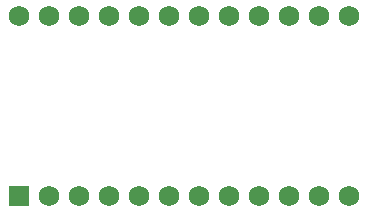
<source format=gbr>
%TF.GenerationSoftware,KiCad,Pcbnew,8.0.3*%
%TF.CreationDate,2024-07-14T23:37:16-05:00*%
%TF.ProjectId,3.3v Pro Micro Long,332e3376-2050-4726-9f20-4d6963726f20,rev?*%
%TF.SameCoordinates,Original*%
%TF.FileFunction,Legend,Bot*%
%TF.FilePolarity,Positive*%
%FSLAX46Y46*%
G04 Gerber Fmt 4.6, Leading zero omitted, Abs format (unit mm)*
G04 Created by KiCad (PCBNEW 8.0.3) date 2024-07-14 23:37:16*
%MOMM*%
%LPD*%
G01*
G04 APERTURE LIST*
%ADD10R,1.752600X1.752600*%
%ADD11C,1.752600*%
G04 APERTURE END LIST*
D10*
%TO.C,U2*%
X128530000Y-99240000D03*
D11*
X131070000Y-99240000D03*
X133610000Y-99240000D03*
X136150000Y-99240000D03*
X138690000Y-99240000D03*
X141230000Y-99240000D03*
X143770000Y-99240000D03*
X146310000Y-99240000D03*
X148850000Y-99240000D03*
X151390000Y-99240000D03*
X153930000Y-99240000D03*
X156470000Y-99240000D03*
X156470000Y-84000000D03*
X153930000Y-84000000D03*
X151390000Y-84000000D03*
X148850000Y-84000000D03*
X146310000Y-84000000D03*
X143770000Y-84000000D03*
X141230000Y-84000000D03*
X138690000Y-84000000D03*
X136150000Y-84000000D03*
X133610000Y-84000000D03*
X131070000Y-84000000D03*
X128530000Y-84000000D03*
%TD*%
M02*

</source>
